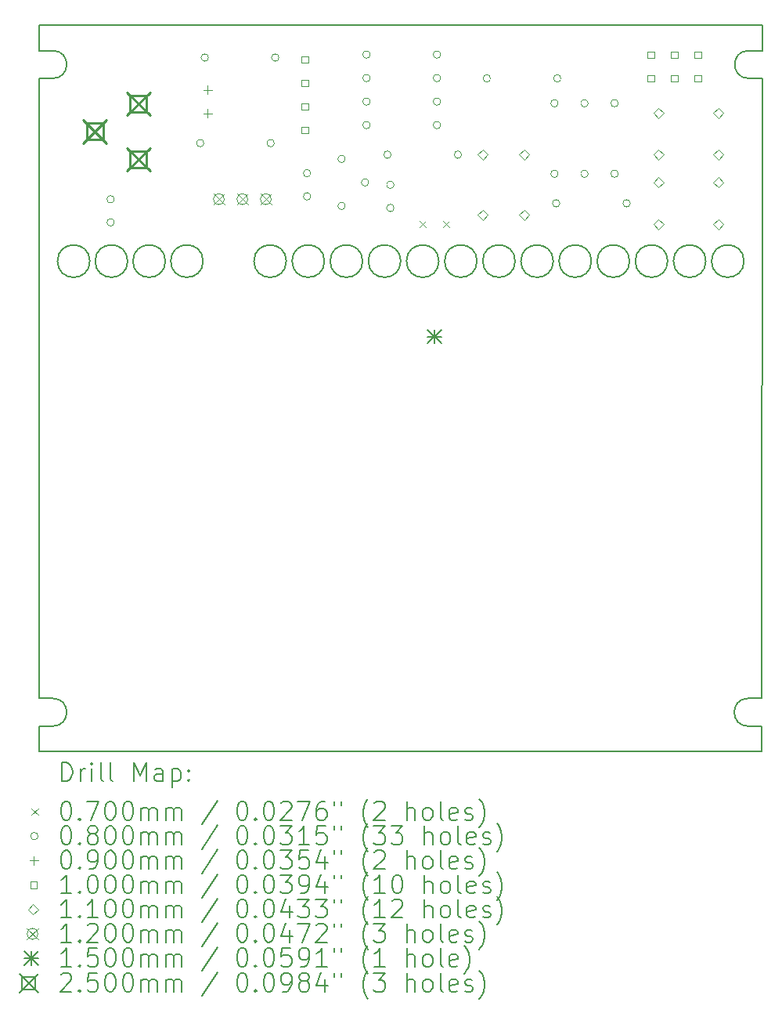
<source format=gbr>
%TF.GenerationSoftware,KiCad,Pcbnew,(6.0.8)*%
%TF.CreationDate,2022-11-26T12:48:54+01:00*%
%TF.ProjectId,50x70_tiny,35307837-305f-4746-996e-792e6b696361,rev?*%
%TF.SameCoordinates,Original*%
%TF.FileFunction,Drillmap*%
%TF.FilePolarity,Positive*%
%FSLAX45Y45*%
G04 Gerber Fmt 4.5, Leading zero omitted, Abs format (unit mm)*
G04 Created by KiCad (PCBNEW (6.0.8)) date 2022-11-26 12:48:54*
%MOMM*%
%LPD*%
G01*
G04 APERTURE LIST*
%ADD10C,0.200000*%
%ADD11C,0.150000*%
%ADD12C,0.070000*%
%ADD13C,0.080000*%
%ADD14C,0.090000*%
%ADD15C,0.100000*%
%ADD16C,0.110000*%
%ADD17C,0.120000*%
%ADD18C,0.250000*%
G04 APERTURE END LIST*
D10*
X10675000Y-7275000D02*
X10675000Y-7000000D01*
X18345000Y-14275000D02*
G75*
G03*
X18345000Y-14575000I0J-150000D01*
G01*
X18350000Y-7275000D02*
G75*
G03*
X18350000Y-7575000I0J-150000D01*
G01*
D11*
X15412500Y-9550000D02*
G75*
G03*
X15412500Y-9550000I-175000J0D01*
G01*
D10*
X18350000Y-7575000D02*
X18500000Y-7575000D01*
D11*
X12041667Y-9550000D02*
G75*
G03*
X12041667Y-9550000I-175000J0D01*
G01*
X13762500Y-9550000D02*
G75*
G03*
X13762500Y-9550000I-175000J0D01*
G01*
X13350000Y-9550000D02*
G75*
G03*
X13350000Y-9550000I-175000J0D01*
G01*
D10*
X18350000Y-7275000D02*
X18500000Y-7275000D01*
X18495000Y-14575000D02*
X18495000Y-14850000D01*
X10825000Y-7575000D02*
G75*
G03*
X10825000Y-7275000I0J150000D01*
G01*
D11*
X14587500Y-9550000D02*
G75*
G03*
X14587500Y-9550000I-175000J0D01*
G01*
X15000000Y-9550000D02*
G75*
G03*
X15000000Y-9550000I-175000J0D01*
G01*
D10*
X10675000Y-7000000D02*
X18500000Y-7000000D01*
X18345000Y-14275000D02*
X18495000Y-14275000D01*
D11*
X11633333Y-9550000D02*
G75*
G03*
X11633333Y-9550000I-175000J0D01*
G01*
D10*
X10675000Y-14275000D02*
X10675000Y-7575000D01*
D11*
X17887500Y-9550000D02*
G75*
G03*
X17887500Y-9550000I-175000J0D01*
G01*
D10*
X10825000Y-14575000D02*
G75*
G03*
X10825000Y-14275000I0J150000D01*
G01*
D11*
X18300000Y-9550000D02*
G75*
G03*
X18300000Y-9550000I-175000J0D01*
G01*
D10*
X10825000Y-7575000D02*
X10675000Y-7575000D01*
X18345000Y-14575000D02*
X18495000Y-14575000D01*
X10825000Y-14275000D02*
X10675000Y-14275000D01*
X18500000Y-7000000D02*
X18500000Y-7275000D01*
X18495000Y-14850000D02*
X10675000Y-14850000D01*
X18500000Y-7575000D02*
X18495000Y-14275000D01*
X10675000Y-14850000D02*
X10675000Y-14575000D01*
X10825000Y-14575000D02*
X10675000Y-14575000D01*
D11*
X16237500Y-9550000D02*
G75*
G03*
X16237500Y-9550000I-175000J0D01*
G01*
X11225000Y-9550000D02*
G75*
G03*
X11225000Y-9550000I-175000J0D01*
G01*
X17062500Y-9550000D02*
G75*
G03*
X17062500Y-9550000I-175000J0D01*
G01*
X14175000Y-9550000D02*
G75*
G03*
X14175000Y-9550000I-175000J0D01*
G01*
X17475000Y-9550000D02*
G75*
G03*
X17475000Y-9550000I-175000J0D01*
G01*
X12450000Y-9550000D02*
G75*
G03*
X12450000Y-9550000I-175000J0D01*
G01*
X16650000Y-9550000D02*
G75*
G03*
X16650000Y-9550000I-175000J0D01*
G01*
D10*
X10825000Y-7275000D02*
X10675000Y-7275000D01*
D11*
X15825000Y-9550000D02*
G75*
G03*
X15825000Y-9550000I-175000J0D01*
G01*
D10*
D12*
X14793000Y-9115000D02*
X14863000Y-9185000D01*
X14863000Y-9115000D02*
X14793000Y-9185000D01*
X15047000Y-9115000D02*
X15117000Y-9185000D01*
X15117000Y-9115000D02*
X15047000Y-9185000D01*
D13*
X11490000Y-8881762D02*
G75*
G03*
X11490000Y-8881762I-40000J0D01*
G01*
X11490000Y-9131762D02*
G75*
G03*
X11490000Y-9131762I-40000J0D01*
G01*
X12459000Y-8275000D02*
G75*
G03*
X12459000Y-8275000I-40000J0D01*
G01*
X12509000Y-7350000D02*
G75*
G03*
X12509000Y-7350000I-40000J0D01*
G01*
X13221000Y-8275000D02*
G75*
G03*
X13221000Y-8275000I-40000J0D01*
G01*
X13271000Y-7350000D02*
G75*
G03*
X13271000Y-7350000I-40000J0D01*
G01*
X13615000Y-8600000D02*
G75*
G03*
X13615000Y-8600000I-40000J0D01*
G01*
X13615000Y-8850000D02*
G75*
G03*
X13615000Y-8850000I-40000J0D01*
G01*
X13988000Y-8446000D02*
G75*
G03*
X13988000Y-8446000I-40000J0D01*
G01*
X13988000Y-8954000D02*
G75*
G03*
X13988000Y-8954000I-40000J0D01*
G01*
X14242000Y-8700000D02*
G75*
G03*
X14242000Y-8700000I-40000J0D01*
G01*
X14258000Y-7318000D02*
G75*
G03*
X14258000Y-7318000I-40000J0D01*
G01*
X14258000Y-7572000D02*
G75*
G03*
X14258000Y-7572000I-40000J0D01*
G01*
X14258000Y-7826000D02*
G75*
G03*
X14258000Y-7826000I-40000J0D01*
G01*
X14258000Y-8080000D02*
G75*
G03*
X14258000Y-8080000I-40000J0D01*
G01*
X14484000Y-8400000D02*
G75*
G03*
X14484000Y-8400000I-40000J0D01*
G01*
X14515000Y-8725000D02*
G75*
G03*
X14515000Y-8725000I-40000J0D01*
G01*
X14515000Y-8975000D02*
G75*
G03*
X14515000Y-8975000I-40000J0D01*
G01*
X15020000Y-7318000D02*
G75*
G03*
X15020000Y-7318000I-40000J0D01*
G01*
X15020000Y-7572000D02*
G75*
G03*
X15020000Y-7572000I-40000J0D01*
G01*
X15020000Y-7826000D02*
G75*
G03*
X15020000Y-7826000I-40000J0D01*
G01*
X15020000Y-8080000D02*
G75*
G03*
X15020000Y-8080000I-40000J0D01*
G01*
X15246000Y-8400000D02*
G75*
G03*
X15246000Y-8400000I-40000J0D01*
G01*
X15559000Y-7575000D02*
G75*
G03*
X15559000Y-7575000I-40000J0D01*
G01*
X16290000Y-7844000D02*
G75*
G03*
X16290000Y-7844000I-40000J0D01*
G01*
X16290000Y-8606000D02*
G75*
G03*
X16290000Y-8606000I-40000J0D01*
G01*
X16309000Y-8925000D02*
G75*
G03*
X16309000Y-8925000I-40000J0D01*
G01*
X16321000Y-7575000D02*
G75*
G03*
X16321000Y-7575000I-40000J0D01*
G01*
X16615000Y-7844000D02*
G75*
G03*
X16615000Y-7844000I-40000J0D01*
G01*
X16615000Y-8606000D02*
G75*
G03*
X16615000Y-8606000I-40000J0D01*
G01*
X16940000Y-7844000D02*
G75*
G03*
X16940000Y-7844000I-40000J0D01*
G01*
X16940000Y-8606000D02*
G75*
G03*
X16940000Y-8606000I-40000J0D01*
G01*
X17071000Y-8925000D02*
G75*
G03*
X17071000Y-8925000I-40000J0D01*
G01*
D14*
X12500000Y-7655000D02*
X12500000Y-7745000D01*
X12455000Y-7700000D02*
X12545000Y-7700000D01*
X12500000Y-7909000D02*
X12500000Y-7999000D01*
X12455000Y-7954000D02*
X12545000Y-7954000D01*
D15*
X13585356Y-7405356D02*
X13585356Y-7334644D01*
X13514644Y-7334644D01*
X13514644Y-7405356D01*
X13585356Y-7405356D01*
X13585356Y-7659356D02*
X13585356Y-7588644D01*
X13514644Y-7588644D01*
X13514644Y-7659356D01*
X13585356Y-7659356D01*
X13585356Y-7913356D02*
X13585356Y-7842644D01*
X13514644Y-7842644D01*
X13514644Y-7913356D01*
X13585356Y-7913356D01*
X13585356Y-8167356D02*
X13585356Y-8096644D01*
X13514644Y-8096644D01*
X13514644Y-8167356D01*
X13585356Y-8167356D01*
X17329856Y-7357856D02*
X17329856Y-7287144D01*
X17259144Y-7287144D01*
X17259144Y-7357856D01*
X17329856Y-7357856D01*
X17329856Y-7611856D02*
X17329856Y-7541144D01*
X17259144Y-7541144D01*
X17259144Y-7611856D01*
X17329856Y-7611856D01*
X17583856Y-7357856D02*
X17583856Y-7287144D01*
X17513144Y-7287144D01*
X17513144Y-7357856D01*
X17583856Y-7357856D01*
X17583856Y-7611856D02*
X17583856Y-7541144D01*
X17513144Y-7541144D01*
X17513144Y-7611856D01*
X17583856Y-7611856D01*
X17837856Y-7357856D02*
X17837856Y-7287144D01*
X17767144Y-7287144D01*
X17767144Y-7357856D01*
X17837856Y-7357856D01*
X17837856Y-7611856D02*
X17837856Y-7541144D01*
X17767144Y-7541144D01*
X17767144Y-7611856D01*
X17837856Y-7611856D01*
D16*
X15475000Y-8455000D02*
X15530000Y-8400000D01*
X15475000Y-8345000D01*
X15420000Y-8400000D01*
X15475000Y-8455000D01*
X15475000Y-9105000D02*
X15530000Y-9050000D01*
X15475000Y-8995000D01*
X15420000Y-9050000D01*
X15475000Y-9105000D01*
X15925000Y-8455000D02*
X15980000Y-8400000D01*
X15925000Y-8345000D01*
X15870000Y-8400000D01*
X15925000Y-8455000D01*
X15925000Y-9105000D02*
X15980000Y-9050000D01*
X15925000Y-8995000D01*
X15870000Y-9050000D01*
X15925000Y-9105000D01*
X17375000Y-8005000D02*
X17430000Y-7950000D01*
X17375000Y-7895000D01*
X17320000Y-7950000D01*
X17375000Y-8005000D01*
X17375000Y-8455000D02*
X17430000Y-8400000D01*
X17375000Y-8345000D01*
X17320000Y-8400000D01*
X17375000Y-8455000D01*
X17375000Y-8755000D02*
X17430000Y-8700000D01*
X17375000Y-8645000D01*
X17320000Y-8700000D01*
X17375000Y-8755000D01*
X17375000Y-9205000D02*
X17430000Y-9150000D01*
X17375000Y-9095000D01*
X17320000Y-9150000D01*
X17375000Y-9205000D01*
X18025000Y-8005000D02*
X18080000Y-7950000D01*
X18025000Y-7895000D01*
X17970000Y-7950000D01*
X18025000Y-8005000D01*
X18025000Y-8455000D02*
X18080000Y-8400000D01*
X18025000Y-8345000D01*
X17970000Y-8400000D01*
X18025000Y-8455000D01*
X18025000Y-8755000D02*
X18080000Y-8700000D01*
X18025000Y-8645000D01*
X17970000Y-8700000D01*
X18025000Y-8755000D01*
X18025000Y-9205000D02*
X18080000Y-9150000D01*
X18025000Y-9095000D01*
X17970000Y-9150000D01*
X18025000Y-9205000D01*
D17*
X12561000Y-8820500D02*
X12681000Y-8940500D01*
X12681000Y-8820500D02*
X12561000Y-8940500D01*
X12681000Y-8880500D02*
G75*
G03*
X12681000Y-8880500I-60000J0D01*
G01*
X12815000Y-8820500D02*
X12935000Y-8940500D01*
X12935000Y-8820500D02*
X12815000Y-8940500D01*
X12935000Y-8880500D02*
G75*
G03*
X12935000Y-8880500I-60000J0D01*
G01*
X13069000Y-8820500D02*
X13189000Y-8940500D01*
X13189000Y-8820500D02*
X13069000Y-8940500D01*
X13189000Y-8880500D02*
G75*
G03*
X13189000Y-8880500I-60000J0D01*
G01*
D11*
X14875000Y-10290000D02*
X15025000Y-10440000D01*
X15025000Y-10290000D02*
X14875000Y-10440000D01*
X14950000Y-10290000D02*
X14950000Y-10440000D01*
X14875000Y-10365000D02*
X15025000Y-10365000D01*
D18*
X11155000Y-8025000D02*
X11405000Y-8275000D01*
X11405000Y-8025000D02*
X11155000Y-8275000D01*
X11368389Y-8238389D02*
X11368389Y-8061611D01*
X11191611Y-8061611D01*
X11191611Y-8238389D01*
X11368389Y-8238389D01*
X11625000Y-7725000D02*
X11875000Y-7975000D01*
X11875000Y-7725000D02*
X11625000Y-7975000D01*
X11838389Y-7938389D02*
X11838389Y-7761611D01*
X11661611Y-7761611D01*
X11661611Y-7938389D01*
X11838389Y-7938389D01*
X11625000Y-8325000D02*
X11875000Y-8575000D01*
X11875000Y-8325000D02*
X11625000Y-8575000D01*
X11838389Y-8538389D02*
X11838389Y-8361611D01*
X11661611Y-8361611D01*
X11661611Y-8538389D01*
X11838389Y-8538389D01*
D10*
X10922619Y-15170476D02*
X10922619Y-14970476D01*
X10970238Y-14970476D01*
X10998810Y-14980000D01*
X11017857Y-14999048D01*
X11027381Y-15018095D01*
X11036905Y-15056190D01*
X11036905Y-15084762D01*
X11027381Y-15122857D01*
X11017857Y-15141905D01*
X10998810Y-15160952D01*
X10970238Y-15170476D01*
X10922619Y-15170476D01*
X11122619Y-15170476D02*
X11122619Y-15037143D01*
X11122619Y-15075238D02*
X11132143Y-15056190D01*
X11141667Y-15046667D01*
X11160714Y-15037143D01*
X11179762Y-15037143D01*
X11246428Y-15170476D02*
X11246428Y-15037143D01*
X11246428Y-14970476D02*
X11236905Y-14980000D01*
X11246428Y-14989524D01*
X11255952Y-14980000D01*
X11246428Y-14970476D01*
X11246428Y-14989524D01*
X11370238Y-15170476D02*
X11351190Y-15160952D01*
X11341667Y-15141905D01*
X11341667Y-14970476D01*
X11475000Y-15170476D02*
X11455952Y-15160952D01*
X11446428Y-15141905D01*
X11446428Y-14970476D01*
X11703571Y-15170476D02*
X11703571Y-14970476D01*
X11770238Y-15113333D01*
X11836905Y-14970476D01*
X11836905Y-15170476D01*
X12017857Y-15170476D02*
X12017857Y-15065714D01*
X12008333Y-15046667D01*
X11989286Y-15037143D01*
X11951190Y-15037143D01*
X11932143Y-15046667D01*
X12017857Y-15160952D02*
X11998809Y-15170476D01*
X11951190Y-15170476D01*
X11932143Y-15160952D01*
X11922619Y-15141905D01*
X11922619Y-15122857D01*
X11932143Y-15103809D01*
X11951190Y-15094286D01*
X11998809Y-15094286D01*
X12017857Y-15084762D01*
X12113095Y-15037143D02*
X12113095Y-15237143D01*
X12113095Y-15046667D02*
X12132143Y-15037143D01*
X12170238Y-15037143D01*
X12189286Y-15046667D01*
X12198809Y-15056190D01*
X12208333Y-15075238D01*
X12208333Y-15132381D01*
X12198809Y-15151428D01*
X12189286Y-15160952D01*
X12170238Y-15170476D01*
X12132143Y-15170476D01*
X12113095Y-15160952D01*
X12294048Y-15151428D02*
X12303571Y-15160952D01*
X12294048Y-15170476D01*
X12284524Y-15160952D01*
X12294048Y-15151428D01*
X12294048Y-15170476D01*
X12294048Y-15046667D02*
X12303571Y-15056190D01*
X12294048Y-15065714D01*
X12284524Y-15056190D01*
X12294048Y-15046667D01*
X12294048Y-15065714D01*
D12*
X10595000Y-15465000D02*
X10665000Y-15535000D01*
X10665000Y-15465000D02*
X10595000Y-15535000D01*
D10*
X10960714Y-15390476D02*
X10979762Y-15390476D01*
X10998810Y-15400000D01*
X11008333Y-15409524D01*
X11017857Y-15428571D01*
X11027381Y-15466667D01*
X11027381Y-15514286D01*
X11017857Y-15552381D01*
X11008333Y-15571428D01*
X10998810Y-15580952D01*
X10979762Y-15590476D01*
X10960714Y-15590476D01*
X10941667Y-15580952D01*
X10932143Y-15571428D01*
X10922619Y-15552381D01*
X10913095Y-15514286D01*
X10913095Y-15466667D01*
X10922619Y-15428571D01*
X10932143Y-15409524D01*
X10941667Y-15400000D01*
X10960714Y-15390476D01*
X11113095Y-15571428D02*
X11122619Y-15580952D01*
X11113095Y-15590476D01*
X11103571Y-15580952D01*
X11113095Y-15571428D01*
X11113095Y-15590476D01*
X11189286Y-15390476D02*
X11322619Y-15390476D01*
X11236905Y-15590476D01*
X11436905Y-15390476D02*
X11455952Y-15390476D01*
X11475000Y-15400000D01*
X11484524Y-15409524D01*
X11494048Y-15428571D01*
X11503571Y-15466667D01*
X11503571Y-15514286D01*
X11494048Y-15552381D01*
X11484524Y-15571428D01*
X11475000Y-15580952D01*
X11455952Y-15590476D01*
X11436905Y-15590476D01*
X11417857Y-15580952D01*
X11408333Y-15571428D01*
X11398809Y-15552381D01*
X11389286Y-15514286D01*
X11389286Y-15466667D01*
X11398809Y-15428571D01*
X11408333Y-15409524D01*
X11417857Y-15400000D01*
X11436905Y-15390476D01*
X11627381Y-15390476D02*
X11646428Y-15390476D01*
X11665476Y-15400000D01*
X11675000Y-15409524D01*
X11684524Y-15428571D01*
X11694048Y-15466667D01*
X11694048Y-15514286D01*
X11684524Y-15552381D01*
X11675000Y-15571428D01*
X11665476Y-15580952D01*
X11646428Y-15590476D01*
X11627381Y-15590476D01*
X11608333Y-15580952D01*
X11598809Y-15571428D01*
X11589286Y-15552381D01*
X11579762Y-15514286D01*
X11579762Y-15466667D01*
X11589286Y-15428571D01*
X11598809Y-15409524D01*
X11608333Y-15400000D01*
X11627381Y-15390476D01*
X11779762Y-15590476D02*
X11779762Y-15457143D01*
X11779762Y-15476190D02*
X11789286Y-15466667D01*
X11808333Y-15457143D01*
X11836905Y-15457143D01*
X11855952Y-15466667D01*
X11865476Y-15485714D01*
X11865476Y-15590476D01*
X11865476Y-15485714D02*
X11875000Y-15466667D01*
X11894048Y-15457143D01*
X11922619Y-15457143D01*
X11941667Y-15466667D01*
X11951190Y-15485714D01*
X11951190Y-15590476D01*
X12046428Y-15590476D02*
X12046428Y-15457143D01*
X12046428Y-15476190D02*
X12055952Y-15466667D01*
X12075000Y-15457143D01*
X12103571Y-15457143D01*
X12122619Y-15466667D01*
X12132143Y-15485714D01*
X12132143Y-15590476D01*
X12132143Y-15485714D02*
X12141667Y-15466667D01*
X12160714Y-15457143D01*
X12189286Y-15457143D01*
X12208333Y-15466667D01*
X12217857Y-15485714D01*
X12217857Y-15590476D01*
X12608333Y-15380952D02*
X12436905Y-15638095D01*
X12865476Y-15390476D02*
X12884524Y-15390476D01*
X12903571Y-15400000D01*
X12913095Y-15409524D01*
X12922619Y-15428571D01*
X12932143Y-15466667D01*
X12932143Y-15514286D01*
X12922619Y-15552381D01*
X12913095Y-15571428D01*
X12903571Y-15580952D01*
X12884524Y-15590476D01*
X12865476Y-15590476D01*
X12846428Y-15580952D01*
X12836905Y-15571428D01*
X12827381Y-15552381D01*
X12817857Y-15514286D01*
X12817857Y-15466667D01*
X12827381Y-15428571D01*
X12836905Y-15409524D01*
X12846428Y-15400000D01*
X12865476Y-15390476D01*
X13017857Y-15571428D02*
X13027381Y-15580952D01*
X13017857Y-15590476D01*
X13008333Y-15580952D01*
X13017857Y-15571428D01*
X13017857Y-15590476D01*
X13151190Y-15390476D02*
X13170238Y-15390476D01*
X13189286Y-15400000D01*
X13198809Y-15409524D01*
X13208333Y-15428571D01*
X13217857Y-15466667D01*
X13217857Y-15514286D01*
X13208333Y-15552381D01*
X13198809Y-15571428D01*
X13189286Y-15580952D01*
X13170238Y-15590476D01*
X13151190Y-15590476D01*
X13132143Y-15580952D01*
X13122619Y-15571428D01*
X13113095Y-15552381D01*
X13103571Y-15514286D01*
X13103571Y-15466667D01*
X13113095Y-15428571D01*
X13122619Y-15409524D01*
X13132143Y-15400000D01*
X13151190Y-15390476D01*
X13294048Y-15409524D02*
X13303571Y-15400000D01*
X13322619Y-15390476D01*
X13370238Y-15390476D01*
X13389286Y-15400000D01*
X13398809Y-15409524D01*
X13408333Y-15428571D01*
X13408333Y-15447619D01*
X13398809Y-15476190D01*
X13284524Y-15590476D01*
X13408333Y-15590476D01*
X13475000Y-15390476D02*
X13608333Y-15390476D01*
X13522619Y-15590476D01*
X13770238Y-15390476D02*
X13732143Y-15390476D01*
X13713095Y-15400000D01*
X13703571Y-15409524D01*
X13684524Y-15438095D01*
X13675000Y-15476190D01*
X13675000Y-15552381D01*
X13684524Y-15571428D01*
X13694048Y-15580952D01*
X13713095Y-15590476D01*
X13751190Y-15590476D01*
X13770238Y-15580952D01*
X13779762Y-15571428D01*
X13789286Y-15552381D01*
X13789286Y-15504762D01*
X13779762Y-15485714D01*
X13770238Y-15476190D01*
X13751190Y-15466667D01*
X13713095Y-15466667D01*
X13694048Y-15476190D01*
X13684524Y-15485714D01*
X13675000Y-15504762D01*
X13865476Y-15390476D02*
X13865476Y-15428571D01*
X13941667Y-15390476D02*
X13941667Y-15428571D01*
X14236905Y-15666667D02*
X14227381Y-15657143D01*
X14208333Y-15628571D01*
X14198809Y-15609524D01*
X14189286Y-15580952D01*
X14179762Y-15533333D01*
X14179762Y-15495238D01*
X14189286Y-15447619D01*
X14198809Y-15419048D01*
X14208333Y-15400000D01*
X14227381Y-15371428D01*
X14236905Y-15361905D01*
X14303571Y-15409524D02*
X14313095Y-15400000D01*
X14332143Y-15390476D01*
X14379762Y-15390476D01*
X14398809Y-15400000D01*
X14408333Y-15409524D01*
X14417857Y-15428571D01*
X14417857Y-15447619D01*
X14408333Y-15476190D01*
X14294048Y-15590476D01*
X14417857Y-15590476D01*
X14655952Y-15590476D02*
X14655952Y-15390476D01*
X14741667Y-15590476D02*
X14741667Y-15485714D01*
X14732143Y-15466667D01*
X14713095Y-15457143D01*
X14684524Y-15457143D01*
X14665476Y-15466667D01*
X14655952Y-15476190D01*
X14865476Y-15590476D02*
X14846428Y-15580952D01*
X14836905Y-15571428D01*
X14827381Y-15552381D01*
X14827381Y-15495238D01*
X14836905Y-15476190D01*
X14846428Y-15466667D01*
X14865476Y-15457143D01*
X14894048Y-15457143D01*
X14913095Y-15466667D01*
X14922619Y-15476190D01*
X14932143Y-15495238D01*
X14932143Y-15552381D01*
X14922619Y-15571428D01*
X14913095Y-15580952D01*
X14894048Y-15590476D01*
X14865476Y-15590476D01*
X15046428Y-15590476D02*
X15027381Y-15580952D01*
X15017857Y-15561905D01*
X15017857Y-15390476D01*
X15198809Y-15580952D02*
X15179762Y-15590476D01*
X15141667Y-15590476D01*
X15122619Y-15580952D01*
X15113095Y-15561905D01*
X15113095Y-15485714D01*
X15122619Y-15466667D01*
X15141667Y-15457143D01*
X15179762Y-15457143D01*
X15198809Y-15466667D01*
X15208333Y-15485714D01*
X15208333Y-15504762D01*
X15113095Y-15523809D01*
X15284524Y-15580952D02*
X15303571Y-15590476D01*
X15341667Y-15590476D01*
X15360714Y-15580952D01*
X15370238Y-15561905D01*
X15370238Y-15552381D01*
X15360714Y-15533333D01*
X15341667Y-15523809D01*
X15313095Y-15523809D01*
X15294048Y-15514286D01*
X15284524Y-15495238D01*
X15284524Y-15485714D01*
X15294048Y-15466667D01*
X15313095Y-15457143D01*
X15341667Y-15457143D01*
X15360714Y-15466667D01*
X15436905Y-15666667D02*
X15446428Y-15657143D01*
X15465476Y-15628571D01*
X15475000Y-15609524D01*
X15484524Y-15580952D01*
X15494048Y-15533333D01*
X15494048Y-15495238D01*
X15484524Y-15447619D01*
X15475000Y-15419048D01*
X15465476Y-15400000D01*
X15446428Y-15371428D01*
X15436905Y-15361905D01*
D13*
X10665000Y-15764000D02*
G75*
G03*
X10665000Y-15764000I-40000J0D01*
G01*
D10*
X10960714Y-15654476D02*
X10979762Y-15654476D01*
X10998810Y-15664000D01*
X11008333Y-15673524D01*
X11017857Y-15692571D01*
X11027381Y-15730667D01*
X11027381Y-15778286D01*
X11017857Y-15816381D01*
X11008333Y-15835428D01*
X10998810Y-15844952D01*
X10979762Y-15854476D01*
X10960714Y-15854476D01*
X10941667Y-15844952D01*
X10932143Y-15835428D01*
X10922619Y-15816381D01*
X10913095Y-15778286D01*
X10913095Y-15730667D01*
X10922619Y-15692571D01*
X10932143Y-15673524D01*
X10941667Y-15664000D01*
X10960714Y-15654476D01*
X11113095Y-15835428D02*
X11122619Y-15844952D01*
X11113095Y-15854476D01*
X11103571Y-15844952D01*
X11113095Y-15835428D01*
X11113095Y-15854476D01*
X11236905Y-15740190D02*
X11217857Y-15730667D01*
X11208333Y-15721143D01*
X11198809Y-15702095D01*
X11198809Y-15692571D01*
X11208333Y-15673524D01*
X11217857Y-15664000D01*
X11236905Y-15654476D01*
X11275000Y-15654476D01*
X11294048Y-15664000D01*
X11303571Y-15673524D01*
X11313095Y-15692571D01*
X11313095Y-15702095D01*
X11303571Y-15721143D01*
X11294048Y-15730667D01*
X11275000Y-15740190D01*
X11236905Y-15740190D01*
X11217857Y-15749714D01*
X11208333Y-15759238D01*
X11198809Y-15778286D01*
X11198809Y-15816381D01*
X11208333Y-15835428D01*
X11217857Y-15844952D01*
X11236905Y-15854476D01*
X11275000Y-15854476D01*
X11294048Y-15844952D01*
X11303571Y-15835428D01*
X11313095Y-15816381D01*
X11313095Y-15778286D01*
X11303571Y-15759238D01*
X11294048Y-15749714D01*
X11275000Y-15740190D01*
X11436905Y-15654476D02*
X11455952Y-15654476D01*
X11475000Y-15664000D01*
X11484524Y-15673524D01*
X11494048Y-15692571D01*
X11503571Y-15730667D01*
X11503571Y-15778286D01*
X11494048Y-15816381D01*
X11484524Y-15835428D01*
X11475000Y-15844952D01*
X11455952Y-15854476D01*
X11436905Y-15854476D01*
X11417857Y-15844952D01*
X11408333Y-15835428D01*
X11398809Y-15816381D01*
X11389286Y-15778286D01*
X11389286Y-15730667D01*
X11398809Y-15692571D01*
X11408333Y-15673524D01*
X11417857Y-15664000D01*
X11436905Y-15654476D01*
X11627381Y-15654476D02*
X11646428Y-15654476D01*
X11665476Y-15664000D01*
X11675000Y-15673524D01*
X11684524Y-15692571D01*
X11694048Y-15730667D01*
X11694048Y-15778286D01*
X11684524Y-15816381D01*
X11675000Y-15835428D01*
X11665476Y-15844952D01*
X11646428Y-15854476D01*
X11627381Y-15854476D01*
X11608333Y-15844952D01*
X11598809Y-15835428D01*
X11589286Y-15816381D01*
X11579762Y-15778286D01*
X11579762Y-15730667D01*
X11589286Y-15692571D01*
X11598809Y-15673524D01*
X11608333Y-15664000D01*
X11627381Y-15654476D01*
X11779762Y-15854476D02*
X11779762Y-15721143D01*
X11779762Y-15740190D02*
X11789286Y-15730667D01*
X11808333Y-15721143D01*
X11836905Y-15721143D01*
X11855952Y-15730667D01*
X11865476Y-15749714D01*
X11865476Y-15854476D01*
X11865476Y-15749714D02*
X11875000Y-15730667D01*
X11894048Y-15721143D01*
X11922619Y-15721143D01*
X11941667Y-15730667D01*
X11951190Y-15749714D01*
X11951190Y-15854476D01*
X12046428Y-15854476D02*
X12046428Y-15721143D01*
X12046428Y-15740190D02*
X12055952Y-15730667D01*
X12075000Y-15721143D01*
X12103571Y-15721143D01*
X12122619Y-15730667D01*
X12132143Y-15749714D01*
X12132143Y-15854476D01*
X12132143Y-15749714D02*
X12141667Y-15730667D01*
X12160714Y-15721143D01*
X12189286Y-15721143D01*
X12208333Y-15730667D01*
X12217857Y-15749714D01*
X12217857Y-15854476D01*
X12608333Y-15644952D02*
X12436905Y-15902095D01*
X12865476Y-15654476D02*
X12884524Y-15654476D01*
X12903571Y-15664000D01*
X12913095Y-15673524D01*
X12922619Y-15692571D01*
X12932143Y-15730667D01*
X12932143Y-15778286D01*
X12922619Y-15816381D01*
X12913095Y-15835428D01*
X12903571Y-15844952D01*
X12884524Y-15854476D01*
X12865476Y-15854476D01*
X12846428Y-15844952D01*
X12836905Y-15835428D01*
X12827381Y-15816381D01*
X12817857Y-15778286D01*
X12817857Y-15730667D01*
X12827381Y-15692571D01*
X12836905Y-15673524D01*
X12846428Y-15664000D01*
X12865476Y-15654476D01*
X13017857Y-15835428D02*
X13027381Y-15844952D01*
X13017857Y-15854476D01*
X13008333Y-15844952D01*
X13017857Y-15835428D01*
X13017857Y-15854476D01*
X13151190Y-15654476D02*
X13170238Y-15654476D01*
X13189286Y-15664000D01*
X13198809Y-15673524D01*
X13208333Y-15692571D01*
X13217857Y-15730667D01*
X13217857Y-15778286D01*
X13208333Y-15816381D01*
X13198809Y-15835428D01*
X13189286Y-15844952D01*
X13170238Y-15854476D01*
X13151190Y-15854476D01*
X13132143Y-15844952D01*
X13122619Y-15835428D01*
X13113095Y-15816381D01*
X13103571Y-15778286D01*
X13103571Y-15730667D01*
X13113095Y-15692571D01*
X13122619Y-15673524D01*
X13132143Y-15664000D01*
X13151190Y-15654476D01*
X13284524Y-15654476D02*
X13408333Y-15654476D01*
X13341667Y-15730667D01*
X13370238Y-15730667D01*
X13389286Y-15740190D01*
X13398809Y-15749714D01*
X13408333Y-15768762D01*
X13408333Y-15816381D01*
X13398809Y-15835428D01*
X13389286Y-15844952D01*
X13370238Y-15854476D01*
X13313095Y-15854476D01*
X13294048Y-15844952D01*
X13284524Y-15835428D01*
X13598809Y-15854476D02*
X13484524Y-15854476D01*
X13541667Y-15854476D02*
X13541667Y-15654476D01*
X13522619Y-15683048D01*
X13503571Y-15702095D01*
X13484524Y-15711619D01*
X13779762Y-15654476D02*
X13684524Y-15654476D01*
X13675000Y-15749714D01*
X13684524Y-15740190D01*
X13703571Y-15730667D01*
X13751190Y-15730667D01*
X13770238Y-15740190D01*
X13779762Y-15749714D01*
X13789286Y-15768762D01*
X13789286Y-15816381D01*
X13779762Y-15835428D01*
X13770238Y-15844952D01*
X13751190Y-15854476D01*
X13703571Y-15854476D01*
X13684524Y-15844952D01*
X13675000Y-15835428D01*
X13865476Y-15654476D02*
X13865476Y-15692571D01*
X13941667Y-15654476D02*
X13941667Y-15692571D01*
X14236905Y-15930667D02*
X14227381Y-15921143D01*
X14208333Y-15892571D01*
X14198809Y-15873524D01*
X14189286Y-15844952D01*
X14179762Y-15797333D01*
X14179762Y-15759238D01*
X14189286Y-15711619D01*
X14198809Y-15683048D01*
X14208333Y-15664000D01*
X14227381Y-15635428D01*
X14236905Y-15625905D01*
X14294048Y-15654476D02*
X14417857Y-15654476D01*
X14351190Y-15730667D01*
X14379762Y-15730667D01*
X14398809Y-15740190D01*
X14408333Y-15749714D01*
X14417857Y-15768762D01*
X14417857Y-15816381D01*
X14408333Y-15835428D01*
X14398809Y-15844952D01*
X14379762Y-15854476D01*
X14322619Y-15854476D01*
X14303571Y-15844952D01*
X14294048Y-15835428D01*
X14484524Y-15654476D02*
X14608333Y-15654476D01*
X14541667Y-15730667D01*
X14570238Y-15730667D01*
X14589286Y-15740190D01*
X14598809Y-15749714D01*
X14608333Y-15768762D01*
X14608333Y-15816381D01*
X14598809Y-15835428D01*
X14589286Y-15844952D01*
X14570238Y-15854476D01*
X14513095Y-15854476D01*
X14494048Y-15844952D01*
X14484524Y-15835428D01*
X14846428Y-15854476D02*
X14846428Y-15654476D01*
X14932143Y-15854476D02*
X14932143Y-15749714D01*
X14922619Y-15730667D01*
X14903571Y-15721143D01*
X14875000Y-15721143D01*
X14855952Y-15730667D01*
X14846428Y-15740190D01*
X15055952Y-15854476D02*
X15036905Y-15844952D01*
X15027381Y-15835428D01*
X15017857Y-15816381D01*
X15017857Y-15759238D01*
X15027381Y-15740190D01*
X15036905Y-15730667D01*
X15055952Y-15721143D01*
X15084524Y-15721143D01*
X15103571Y-15730667D01*
X15113095Y-15740190D01*
X15122619Y-15759238D01*
X15122619Y-15816381D01*
X15113095Y-15835428D01*
X15103571Y-15844952D01*
X15084524Y-15854476D01*
X15055952Y-15854476D01*
X15236905Y-15854476D02*
X15217857Y-15844952D01*
X15208333Y-15825905D01*
X15208333Y-15654476D01*
X15389286Y-15844952D02*
X15370238Y-15854476D01*
X15332143Y-15854476D01*
X15313095Y-15844952D01*
X15303571Y-15825905D01*
X15303571Y-15749714D01*
X15313095Y-15730667D01*
X15332143Y-15721143D01*
X15370238Y-15721143D01*
X15389286Y-15730667D01*
X15398809Y-15749714D01*
X15398809Y-15768762D01*
X15303571Y-15787809D01*
X15475000Y-15844952D02*
X15494048Y-15854476D01*
X15532143Y-15854476D01*
X15551190Y-15844952D01*
X15560714Y-15825905D01*
X15560714Y-15816381D01*
X15551190Y-15797333D01*
X15532143Y-15787809D01*
X15503571Y-15787809D01*
X15484524Y-15778286D01*
X15475000Y-15759238D01*
X15475000Y-15749714D01*
X15484524Y-15730667D01*
X15503571Y-15721143D01*
X15532143Y-15721143D01*
X15551190Y-15730667D01*
X15627381Y-15930667D02*
X15636905Y-15921143D01*
X15655952Y-15892571D01*
X15665476Y-15873524D01*
X15675000Y-15844952D01*
X15684524Y-15797333D01*
X15684524Y-15759238D01*
X15675000Y-15711619D01*
X15665476Y-15683048D01*
X15655952Y-15664000D01*
X15636905Y-15635428D01*
X15627381Y-15625905D01*
D14*
X10620000Y-15983000D02*
X10620000Y-16073000D01*
X10575000Y-16028000D02*
X10665000Y-16028000D01*
D10*
X10960714Y-15918476D02*
X10979762Y-15918476D01*
X10998810Y-15928000D01*
X11008333Y-15937524D01*
X11017857Y-15956571D01*
X11027381Y-15994667D01*
X11027381Y-16042286D01*
X11017857Y-16080381D01*
X11008333Y-16099428D01*
X10998810Y-16108952D01*
X10979762Y-16118476D01*
X10960714Y-16118476D01*
X10941667Y-16108952D01*
X10932143Y-16099428D01*
X10922619Y-16080381D01*
X10913095Y-16042286D01*
X10913095Y-15994667D01*
X10922619Y-15956571D01*
X10932143Y-15937524D01*
X10941667Y-15928000D01*
X10960714Y-15918476D01*
X11113095Y-16099428D02*
X11122619Y-16108952D01*
X11113095Y-16118476D01*
X11103571Y-16108952D01*
X11113095Y-16099428D01*
X11113095Y-16118476D01*
X11217857Y-16118476D02*
X11255952Y-16118476D01*
X11275000Y-16108952D01*
X11284524Y-16099428D01*
X11303571Y-16070857D01*
X11313095Y-16032762D01*
X11313095Y-15956571D01*
X11303571Y-15937524D01*
X11294048Y-15928000D01*
X11275000Y-15918476D01*
X11236905Y-15918476D01*
X11217857Y-15928000D01*
X11208333Y-15937524D01*
X11198809Y-15956571D01*
X11198809Y-16004190D01*
X11208333Y-16023238D01*
X11217857Y-16032762D01*
X11236905Y-16042286D01*
X11275000Y-16042286D01*
X11294048Y-16032762D01*
X11303571Y-16023238D01*
X11313095Y-16004190D01*
X11436905Y-15918476D02*
X11455952Y-15918476D01*
X11475000Y-15928000D01*
X11484524Y-15937524D01*
X11494048Y-15956571D01*
X11503571Y-15994667D01*
X11503571Y-16042286D01*
X11494048Y-16080381D01*
X11484524Y-16099428D01*
X11475000Y-16108952D01*
X11455952Y-16118476D01*
X11436905Y-16118476D01*
X11417857Y-16108952D01*
X11408333Y-16099428D01*
X11398809Y-16080381D01*
X11389286Y-16042286D01*
X11389286Y-15994667D01*
X11398809Y-15956571D01*
X11408333Y-15937524D01*
X11417857Y-15928000D01*
X11436905Y-15918476D01*
X11627381Y-15918476D02*
X11646428Y-15918476D01*
X11665476Y-15928000D01*
X11675000Y-15937524D01*
X11684524Y-15956571D01*
X11694048Y-15994667D01*
X11694048Y-16042286D01*
X11684524Y-16080381D01*
X11675000Y-16099428D01*
X11665476Y-16108952D01*
X11646428Y-16118476D01*
X11627381Y-16118476D01*
X11608333Y-16108952D01*
X11598809Y-16099428D01*
X11589286Y-16080381D01*
X11579762Y-16042286D01*
X11579762Y-15994667D01*
X11589286Y-15956571D01*
X11598809Y-15937524D01*
X11608333Y-15928000D01*
X11627381Y-15918476D01*
X11779762Y-16118476D02*
X11779762Y-15985143D01*
X11779762Y-16004190D02*
X11789286Y-15994667D01*
X11808333Y-15985143D01*
X11836905Y-15985143D01*
X11855952Y-15994667D01*
X11865476Y-16013714D01*
X11865476Y-16118476D01*
X11865476Y-16013714D02*
X11875000Y-15994667D01*
X11894048Y-15985143D01*
X11922619Y-15985143D01*
X11941667Y-15994667D01*
X11951190Y-16013714D01*
X11951190Y-16118476D01*
X12046428Y-16118476D02*
X12046428Y-15985143D01*
X12046428Y-16004190D02*
X12055952Y-15994667D01*
X12075000Y-15985143D01*
X12103571Y-15985143D01*
X12122619Y-15994667D01*
X12132143Y-16013714D01*
X12132143Y-16118476D01*
X12132143Y-16013714D02*
X12141667Y-15994667D01*
X12160714Y-15985143D01*
X12189286Y-15985143D01*
X12208333Y-15994667D01*
X12217857Y-16013714D01*
X12217857Y-16118476D01*
X12608333Y-15908952D02*
X12436905Y-16166095D01*
X12865476Y-15918476D02*
X12884524Y-15918476D01*
X12903571Y-15928000D01*
X12913095Y-15937524D01*
X12922619Y-15956571D01*
X12932143Y-15994667D01*
X12932143Y-16042286D01*
X12922619Y-16080381D01*
X12913095Y-16099428D01*
X12903571Y-16108952D01*
X12884524Y-16118476D01*
X12865476Y-16118476D01*
X12846428Y-16108952D01*
X12836905Y-16099428D01*
X12827381Y-16080381D01*
X12817857Y-16042286D01*
X12817857Y-15994667D01*
X12827381Y-15956571D01*
X12836905Y-15937524D01*
X12846428Y-15928000D01*
X12865476Y-15918476D01*
X13017857Y-16099428D02*
X13027381Y-16108952D01*
X13017857Y-16118476D01*
X13008333Y-16108952D01*
X13017857Y-16099428D01*
X13017857Y-16118476D01*
X13151190Y-15918476D02*
X13170238Y-15918476D01*
X13189286Y-15928000D01*
X13198809Y-15937524D01*
X13208333Y-15956571D01*
X13217857Y-15994667D01*
X13217857Y-16042286D01*
X13208333Y-16080381D01*
X13198809Y-16099428D01*
X13189286Y-16108952D01*
X13170238Y-16118476D01*
X13151190Y-16118476D01*
X13132143Y-16108952D01*
X13122619Y-16099428D01*
X13113095Y-16080381D01*
X13103571Y-16042286D01*
X13103571Y-15994667D01*
X13113095Y-15956571D01*
X13122619Y-15937524D01*
X13132143Y-15928000D01*
X13151190Y-15918476D01*
X13284524Y-15918476D02*
X13408333Y-15918476D01*
X13341667Y-15994667D01*
X13370238Y-15994667D01*
X13389286Y-16004190D01*
X13398809Y-16013714D01*
X13408333Y-16032762D01*
X13408333Y-16080381D01*
X13398809Y-16099428D01*
X13389286Y-16108952D01*
X13370238Y-16118476D01*
X13313095Y-16118476D01*
X13294048Y-16108952D01*
X13284524Y-16099428D01*
X13589286Y-15918476D02*
X13494048Y-15918476D01*
X13484524Y-16013714D01*
X13494048Y-16004190D01*
X13513095Y-15994667D01*
X13560714Y-15994667D01*
X13579762Y-16004190D01*
X13589286Y-16013714D01*
X13598809Y-16032762D01*
X13598809Y-16080381D01*
X13589286Y-16099428D01*
X13579762Y-16108952D01*
X13560714Y-16118476D01*
X13513095Y-16118476D01*
X13494048Y-16108952D01*
X13484524Y-16099428D01*
X13770238Y-15985143D02*
X13770238Y-16118476D01*
X13722619Y-15908952D02*
X13675000Y-16051809D01*
X13798809Y-16051809D01*
X13865476Y-15918476D02*
X13865476Y-15956571D01*
X13941667Y-15918476D02*
X13941667Y-15956571D01*
X14236905Y-16194667D02*
X14227381Y-16185143D01*
X14208333Y-16156571D01*
X14198809Y-16137524D01*
X14189286Y-16108952D01*
X14179762Y-16061333D01*
X14179762Y-16023238D01*
X14189286Y-15975619D01*
X14198809Y-15947048D01*
X14208333Y-15928000D01*
X14227381Y-15899428D01*
X14236905Y-15889905D01*
X14303571Y-15937524D02*
X14313095Y-15928000D01*
X14332143Y-15918476D01*
X14379762Y-15918476D01*
X14398809Y-15928000D01*
X14408333Y-15937524D01*
X14417857Y-15956571D01*
X14417857Y-15975619D01*
X14408333Y-16004190D01*
X14294048Y-16118476D01*
X14417857Y-16118476D01*
X14655952Y-16118476D02*
X14655952Y-15918476D01*
X14741667Y-16118476D02*
X14741667Y-16013714D01*
X14732143Y-15994667D01*
X14713095Y-15985143D01*
X14684524Y-15985143D01*
X14665476Y-15994667D01*
X14655952Y-16004190D01*
X14865476Y-16118476D02*
X14846428Y-16108952D01*
X14836905Y-16099428D01*
X14827381Y-16080381D01*
X14827381Y-16023238D01*
X14836905Y-16004190D01*
X14846428Y-15994667D01*
X14865476Y-15985143D01*
X14894048Y-15985143D01*
X14913095Y-15994667D01*
X14922619Y-16004190D01*
X14932143Y-16023238D01*
X14932143Y-16080381D01*
X14922619Y-16099428D01*
X14913095Y-16108952D01*
X14894048Y-16118476D01*
X14865476Y-16118476D01*
X15046428Y-16118476D02*
X15027381Y-16108952D01*
X15017857Y-16089905D01*
X15017857Y-15918476D01*
X15198809Y-16108952D02*
X15179762Y-16118476D01*
X15141667Y-16118476D01*
X15122619Y-16108952D01*
X15113095Y-16089905D01*
X15113095Y-16013714D01*
X15122619Y-15994667D01*
X15141667Y-15985143D01*
X15179762Y-15985143D01*
X15198809Y-15994667D01*
X15208333Y-16013714D01*
X15208333Y-16032762D01*
X15113095Y-16051809D01*
X15284524Y-16108952D02*
X15303571Y-16118476D01*
X15341667Y-16118476D01*
X15360714Y-16108952D01*
X15370238Y-16089905D01*
X15370238Y-16080381D01*
X15360714Y-16061333D01*
X15341667Y-16051809D01*
X15313095Y-16051809D01*
X15294048Y-16042286D01*
X15284524Y-16023238D01*
X15284524Y-16013714D01*
X15294048Y-15994667D01*
X15313095Y-15985143D01*
X15341667Y-15985143D01*
X15360714Y-15994667D01*
X15436905Y-16194667D02*
X15446428Y-16185143D01*
X15465476Y-16156571D01*
X15475000Y-16137524D01*
X15484524Y-16108952D01*
X15494048Y-16061333D01*
X15494048Y-16023238D01*
X15484524Y-15975619D01*
X15475000Y-15947048D01*
X15465476Y-15928000D01*
X15446428Y-15899428D01*
X15436905Y-15889905D01*
D15*
X10650356Y-16327356D02*
X10650356Y-16256644D01*
X10579644Y-16256644D01*
X10579644Y-16327356D01*
X10650356Y-16327356D01*
D10*
X11027381Y-16382476D02*
X10913095Y-16382476D01*
X10970238Y-16382476D02*
X10970238Y-16182476D01*
X10951190Y-16211048D01*
X10932143Y-16230095D01*
X10913095Y-16239619D01*
X11113095Y-16363428D02*
X11122619Y-16372952D01*
X11113095Y-16382476D01*
X11103571Y-16372952D01*
X11113095Y-16363428D01*
X11113095Y-16382476D01*
X11246428Y-16182476D02*
X11265476Y-16182476D01*
X11284524Y-16192000D01*
X11294048Y-16201524D01*
X11303571Y-16220571D01*
X11313095Y-16258667D01*
X11313095Y-16306286D01*
X11303571Y-16344381D01*
X11294048Y-16363428D01*
X11284524Y-16372952D01*
X11265476Y-16382476D01*
X11246428Y-16382476D01*
X11227381Y-16372952D01*
X11217857Y-16363428D01*
X11208333Y-16344381D01*
X11198809Y-16306286D01*
X11198809Y-16258667D01*
X11208333Y-16220571D01*
X11217857Y-16201524D01*
X11227381Y-16192000D01*
X11246428Y-16182476D01*
X11436905Y-16182476D02*
X11455952Y-16182476D01*
X11475000Y-16192000D01*
X11484524Y-16201524D01*
X11494048Y-16220571D01*
X11503571Y-16258667D01*
X11503571Y-16306286D01*
X11494048Y-16344381D01*
X11484524Y-16363428D01*
X11475000Y-16372952D01*
X11455952Y-16382476D01*
X11436905Y-16382476D01*
X11417857Y-16372952D01*
X11408333Y-16363428D01*
X11398809Y-16344381D01*
X11389286Y-16306286D01*
X11389286Y-16258667D01*
X11398809Y-16220571D01*
X11408333Y-16201524D01*
X11417857Y-16192000D01*
X11436905Y-16182476D01*
X11627381Y-16182476D02*
X11646428Y-16182476D01*
X11665476Y-16192000D01*
X11675000Y-16201524D01*
X11684524Y-16220571D01*
X11694048Y-16258667D01*
X11694048Y-16306286D01*
X11684524Y-16344381D01*
X11675000Y-16363428D01*
X11665476Y-16372952D01*
X11646428Y-16382476D01*
X11627381Y-16382476D01*
X11608333Y-16372952D01*
X11598809Y-16363428D01*
X11589286Y-16344381D01*
X11579762Y-16306286D01*
X11579762Y-16258667D01*
X11589286Y-16220571D01*
X11598809Y-16201524D01*
X11608333Y-16192000D01*
X11627381Y-16182476D01*
X11779762Y-16382476D02*
X11779762Y-16249143D01*
X11779762Y-16268190D02*
X11789286Y-16258667D01*
X11808333Y-16249143D01*
X11836905Y-16249143D01*
X11855952Y-16258667D01*
X11865476Y-16277714D01*
X11865476Y-16382476D01*
X11865476Y-16277714D02*
X11875000Y-16258667D01*
X11894048Y-16249143D01*
X11922619Y-16249143D01*
X11941667Y-16258667D01*
X11951190Y-16277714D01*
X11951190Y-16382476D01*
X12046428Y-16382476D02*
X12046428Y-16249143D01*
X12046428Y-16268190D02*
X12055952Y-16258667D01*
X12075000Y-16249143D01*
X12103571Y-16249143D01*
X12122619Y-16258667D01*
X12132143Y-16277714D01*
X12132143Y-16382476D01*
X12132143Y-16277714D02*
X12141667Y-16258667D01*
X12160714Y-16249143D01*
X12189286Y-16249143D01*
X12208333Y-16258667D01*
X12217857Y-16277714D01*
X12217857Y-16382476D01*
X12608333Y-16172952D02*
X12436905Y-16430095D01*
X12865476Y-16182476D02*
X12884524Y-16182476D01*
X12903571Y-16192000D01*
X12913095Y-16201524D01*
X12922619Y-16220571D01*
X12932143Y-16258667D01*
X12932143Y-16306286D01*
X12922619Y-16344381D01*
X12913095Y-16363428D01*
X12903571Y-16372952D01*
X12884524Y-16382476D01*
X12865476Y-16382476D01*
X12846428Y-16372952D01*
X12836905Y-16363428D01*
X12827381Y-16344381D01*
X12817857Y-16306286D01*
X12817857Y-16258667D01*
X12827381Y-16220571D01*
X12836905Y-16201524D01*
X12846428Y-16192000D01*
X12865476Y-16182476D01*
X13017857Y-16363428D02*
X13027381Y-16372952D01*
X13017857Y-16382476D01*
X13008333Y-16372952D01*
X13017857Y-16363428D01*
X13017857Y-16382476D01*
X13151190Y-16182476D02*
X13170238Y-16182476D01*
X13189286Y-16192000D01*
X13198809Y-16201524D01*
X13208333Y-16220571D01*
X13217857Y-16258667D01*
X13217857Y-16306286D01*
X13208333Y-16344381D01*
X13198809Y-16363428D01*
X13189286Y-16372952D01*
X13170238Y-16382476D01*
X13151190Y-16382476D01*
X13132143Y-16372952D01*
X13122619Y-16363428D01*
X13113095Y-16344381D01*
X13103571Y-16306286D01*
X13103571Y-16258667D01*
X13113095Y-16220571D01*
X13122619Y-16201524D01*
X13132143Y-16192000D01*
X13151190Y-16182476D01*
X13284524Y-16182476D02*
X13408333Y-16182476D01*
X13341667Y-16258667D01*
X13370238Y-16258667D01*
X13389286Y-16268190D01*
X13398809Y-16277714D01*
X13408333Y-16296762D01*
X13408333Y-16344381D01*
X13398809Y-16363428D01*
X13389286Y-16372952D01*
X13370238Y-16382476D01*
X13313095Y-16382476D01*
X13294048Y-16372952D01*
X13284524Y-16363428D01*
X13503571Y-16382476D02*
X13541667Y-16382476D01*
X13560714Y-16372952D01*
X13570238Y-16363428D01*
X13589286Y-16334857D01*
X13598809Y-16296762D01*
X13598809Y-16220571D01*
X13589286Y-16201524D01*
X13579762Y-16192000D01*
X13560714Y-16182476D01*
X13522619Y-16182476D01*
X13503571Y-16192000D01*
X13494048Y-16201524D01*
X13484524Y-16220571D01*
X13484524Y-16268190D01*
X13494048Y-16287238D01*
X13503571Y-16296762D01*
X13522619Y-16306286D01*
X13560714Y-16306286D01*
X13579762Y-16296762D01*
X13589286Y-16287238D01*
X13598809Y-16268190D01*
X13770238Y-16249143D02*
X13770238Y-16382476D01*
X13722619Y-16172952D02*
X13675000Y-16315809D01*
X13798809Y-16315809D01*
X13865476Y-16182476D02*
X13865476Y-16220571D01*
X13941667Y-16182476D02*
X13941667Y-16220571D01*
X14236905Y-16458667D02*
X14227381Y-16449143D01*
X14208333Y-16420571D01*
X14198809Y-16401524D01*
X14189286Y-16372952D01*
X14179762Y-16325333D01*
X14179762Y-16287238D01*
X14189286Y-16239619D01*
X14198809Y-16211048D01*
X14208333Y-16192000D01*
X14227381Y-16163428D01*
X14236905Y-16153905D01*
X14417857Y-16382476D02*
X14303571Y-16382476D01*
X14360714Y-16382476D02*
X14360714Y-16182476D01*
X14341667Y-16211048D01*
X14322619Y-16230095D01*
X14303571Y-16239619D01*
X14541667Y-16182476D02*
X14560714Y-16182476D01*
X14579762Y-16192000D01*
X14589286Y-16201524D01*
X14598809Y-16220571D01*
X14608333Y-16258667D01*
X14608333Y-16306286D01*
X14598809Y-16344381D01*
X14589286Y-16363428D01*
X14579762Y-16372952D01*
X14560714Y-16382476D01*
X14541667Y-16382476D01*
X14522619Y-16372952D01*
X14513095Y-16363428D01*
X14503571Y-16344381D01*
X14494048Y-16306286D01*
X14494048Y-16258667D01*
X14503571Y-16220571D01*
X14513095Y-16201524D01*
X14522619Y-16192000D01*
X14541667Y-16182476D01*
X14846428Y-16382476D02*
X14846428Y-16182476D01*
X14932143Y-16382476D02*
X14932143Y-16277714D01*
X14922619Y-16258667D01*
X14903571Y-16249143D01*
X14875000Y-16249143D01*
X14855952Y-16258667D01*
X14846428Y-16268190D01*
X15055952Y-16382476D02*
X15036905Y-16372952D01*
X15027381Y-16363428D01*
X15017857Y-16344381D01*
X15017857Y-16287238D01*
X15027381Y-16268190D01*
X15036905Y-16258667D01*
X15055952Y-16249143D01*
X15084524Y-16249143D01*
X15103571Y-16258667D01*
X15113095Y-16268190D01*
X15122619Y-16287238D01*
X15122619Y-16344381D01*
X15113095Y-16363428D01*
X15103571Y-16372952D01*
X15084524Y-16382476D01*
X15055952Y-16382476D01*
X15236905Y-16382476D02*
X15217857Y-16372952D01*
X15208333Y-16353905D01*
X15208333Y-16182476D01*
X15389286Y-16372952D02*
X15370238Y-16382476D01*
X15332143Y-16382476D01*
X15313095Y-16372952D01*
X15303571Y-16353905D01*
X15303571Y-16277714D01*
X15313095Y-16258667D01*
X15332143Y-16249143D01*
X15370238Y-16249143D01*
X15389286Y-16258667D01*
X15398809Y-16277714D01*
X15398809Y-16296762D01*
X15303571Y-16315809D01*
X15475000Y-16372952D02*
X15494048Y-16382476D01*
X15532143Y-16382476D01*
X15551190Y-16372952D01*
X15560714Y-16353905D01*
X15560714Y-16344381D01*
X15551190Y-16325333D01*
X15532143Y-16315809D01*
X15503571Y-16315809D01*
X15484524Y-16306286D01*
X15475000Y-16287238D01*
X15475000Y-16277714D01*
X15484524Y-16258667D01*
X15503571Y-16249143D01*
X15532143Y-16249143D01*
X15551190Y-16258667D01*
X15627381Y-16458667D02*
X15636905Y-16449143D01*
X15655952Y-16420571D01*
X15665476Y-16401524D01*
X15675000Y-16372952D01*
X15684524Y-16325333D01*
X15684524Y-16287238D01*
X15675000Y-16239619D01*
X15665476Y-16211048D01*
X15655952Y-16192000D01*
X15636905Y-16163428D01*
X15627381Y-16153905D01*
D16*
X10610000Y-16611000D02*
X10665000Y-16556000D01*
X10610000Y-16501000D01*
X10555000Y-16556000D01*
X10610000Y-16611000D01*
D10*
X11027381Y-16646476D02*
X10913095Y-16646476D01*
X10970238Y-16646476D02*
X10970238Y-16446476D01*
X10951190Y-16475048D01*
X10932143Y-16494095D01*
X10913095Y-16503619D01*
X11113095Y-16627428D02*
X11122619Y-16636952D01*
X11113095Y-16646476D01*
X11103571Y-16636952D01*
X11113095Y-16627428D01*
X11113095Y-16646476D01*
X11313095Y-16646476D02*
X11198809Y-16646476D01*
X11255952Y-16646476D02*
X11255952Y-16446476D01*
X11236905Y-16475048D01*
X11217857Y-16494095D01*
X11198809Y-16503619D01*
X11436905Y-16446476D02*
X11455952Y-16446476D01*
X11475000Y-16456000D01*
X11484524Y-16465524D01*
X11494048Y-16484571D01*
X11503571Y-16522667D01*
X11503571Y-16570286D01*
X11494048Y-16608381D01*
X11484524Y-16627428D01*
X11475000Y-16636952D01*
X11455952Y-16646476D01*
X11436905Y-16646476D01*
X11417857Y-16636952D01*
X11408333Y-16627428D01*
X11398809Y-16608381D01*
X11389286Y-16570286D01*
X11389286Y-16522667D01*
X11398809Y-16484571D01*
X11408333Y-16465524D01*
X11417857Y-16456000D01*
X11436905Y-16446476D01*
X11627381Y-16446476D02*
X11646428Y-16446476D01*
X11665476Y-16456000D01*
X11675000Y-16465524D01*
X11684524Y-16484571D01*
X11694048Y-16522667D01*
X11694048Y-16570286D01*
X11684524Y-16608381D01*
X11675000Y-16627428D01*
X11665476Y-16636952D01*
X11646428Y-16646476D01*
X11627381Y-16646476D01*
X11608333Y-16636952D01*
X11598809Y-16627428D01*
X11589286Y-16608381D01*
X11579762Y-16570286D01*
X11579762Y-16522667D01*
X11589286Y-16484571D01*
X11598809Y-16465524D01*
X11608333Y-16456000D01*
X11627381Y-16446476D01*
X11779762Y-16646476D02*
X11779762Y-16513143D01*
X11779762Y-16532190D02*
X11789286Y-16522667D01*
X11808333Y-16513143D01*
X11836905Y-16513143D01*
X11855952Y-16522667D01*
X11865476Y-16541714D01*
X11865476Y-16646476D01*
X11865476Y-16541714D02*
X11875000Y-16522667D01*
X11894048Y-16513143D01*
X11922619Y-16513143D01*
X11941667Y-16522667D01*
X11951190Y-16541714D01*
X11951190Y-16646476D01*
X12046428Y-16646476D02*
X12046428Y-16513143D01*
X12046428Y-16532190D02*
X12055952Y-16522667D01*
X12075000Y-16513143D01*
X12103571Y-16513143D01*
X12122619Y-16522667D01*
X12132143Y-16541714D01*
X12132143Y-16646476D01*
X12132143Y-16541714D02*
X12141667Y-16522667D01*
X12160714Y-16513143D01*
X12189286Y-16513143D01*
X12208333Y-16522667D01*
X12217857Y-16541714D01*
X12217857Y-16646476D01*
X12608333Y-16436952D02*
X12436905Y-16694095D01*
X12865476Y-16446476D02*
X12884524Y-16446476D01*
X12903571Y-16456000D01*
X12913095Y-16465524D01*
X12922619Y-16484571D01*
X12932143Y-16522667D01*
X12932143Y-16570286D01*
X12922619Y-16608381D01*
X12913095Y-16627428D01*
X12903571Y-16636952D01*
X12884524Y-16646476D01*
X12865476Y-16646476D01*
X12846428Y-16636952D01*
X12836905Y-16627428D01*
X12827381Y-16608381D01*
X12817857Y-16570286D01*
X12817857Y-16522667D01*
X12827381Y-16484571D01*
X12836905Y-16465524D01*
X12846428Y-16456000D01*
X12865476Y-16446476D01*
X13017857Y-16627428D02*
X13027381Y-16636952D01*
X13017857Y-16646476D01*
X13008333Y-16636952D01*
X13017857Y-16627428D01*
X13017857Y-16646476D01*
X13151190Y-16446476D02*
X13170238Y-16446476D01*
X13189286Y-16456000D01*
X13198809Y-16465524D01*
X13208333Y-16484571D01*
X13217857Y-16522667D01*
X13217857Y-16570286D01*
X13208333Y-16608381D01*
X13198809Y-16627428D01*
X13189286Y-16636952D01*
X13170238Y-16646476D01*
X13151190Y-16646476D01*
X13132143Y-16636952D01*
X13122619Y-16627428D01*
X13113095Y-16608381D01*
X13103571Y-16570286D01*
X13103571Y-16522667D01*
X13113095Y-16484571D01*
X13122619Y-16465524D01*
X13132143Y-16456000D01*
X13151190Y-16446476D01*
X13389286Y-16513143D02*
X13389286Y-16646476D01*
X13341667Y-16436952D02*
X13294048Y-16579809D01*
X13417857Y-16579809D01*
X13475000Y-16446476D02*
X13598809Y-16446476D01*
X13532143Y-16522667D01*
X13560714Y-16522667D01*
X13579762Y-16532190D01*
X13589286Y-16541714D01*
X13598809Y-16560762D01*
X13598809Y-16608381D01*
X13589286Y-16627428D01*
X13579762Y-16636952D01*
X13560714Y-16646476D01*
X13503571Y-16646476D01*
X13484524Y-16636952D01*
X13475000Y-16627428D01*
X13665476Y-16446476D02*
X13789286Y-16446476D01*
X13722619Y-16522667D01*
X13751190Y-16522667D01*
X13770238Y-16532190D01*
X13779762Y-16541714D01*
X13789286Y-16560762D01*
X13789286Y-16608381D01*
X13779762Y-16627428D01*
X13770238Y-16636952D01*
X13751190Y-16646476D01*
X13694048Y-16646476D01*
X13675000Y-16636952D01*
X13665476Y-16627428D01*
X13865476Y-16446476D02*
X13865476Y-16484571D01*
X13941667Y-16446476D02*
X13941667Y-16484571D01*
X14236905Y-16722667D02*
X14227381Y-16713143D01*
X14208333Y-16684571D01*
X14198809Y-16665524D01*
X14189286Y-16636952D01*
X14179762Y-16589333D01*
X14179762Y-16551238D01*
X14189286Y-16503619D01*
X14198809Y-16475048D01*
X14208333Y-16456000D01*
X14227381Y-16427428D01*
X14236905Y-16417905D01*
X14417857Y-16646476D02*
X14303571Y-16646476D01*
X14360714Y-16646476D02*
X14360714Y-16446476D01*
X14341667Y-16475048D01*
X14322619Y-16494095D01*
X14303571Y-16503619D01*
X14494048Y-16465524D02*
X14503571Y-16456000D01*
X14522619Y-16446476D01*
X14570238Y-16446476D01*
X14589286Y-16456000D01*
X14598809Y-16465524D01*
X14608333Y-16484571D01*
X14608333Y-16503619D01*
X14598809Y-16532190D01*
X14484524Y-16646476D01*
X14608333Y-16646476D01*
X14846428Y-16646476D02*
X14846428Y-16446476D01*
X14932143Y-16646476D02*
X14932143Y-16541714D01*
X14922619Y-16522667D01*
X14903571Y-16513143D01*
X14875000Y-16513143D01*
X14855952Y-16522667D01*
X14846428Y-16532190D01*
X15055952Y-16646476D02*
X15036905Y-16636952D01*
X15027381Y-16627428D01*
X15017857Y-16608381D01*
X15017857Y-16551238D01*
X15027381Y-16532190D01*
X15036905Y-16522667D01*
X15055952Y-16513143D01*
X15084524Y-16513143D01*
X15103571Y-16522667D01*
X15113095Y-16532190D01*
X15122619Y-16551238D01*
X15122619Y-16608381D01*
X15113095Y-16627428D01*
X15103571Y-16636952D01*
X15084524Y-16646476D01*
X15055952Y-16646476D01*
X15236905Y-16646476D02*
X15217857Y-16636952D01*
X15208333Y-16617905D01*
X15208333Y-16446476D01*
X15389286Y-16636952D02*
X15370238Y-16646476D01*
X15332143Y-16646476D01*
X15313095Y-16636952D01*
X15303571Y-16617905D01*
X15303571Y-16541714D01*
X15313095Y-16522667D01*
X15332143Y-16513143D01*
X15370238Y-16513143D01*
X15389286Y-16522667D01*
X15398809Y-16541714D01*
X15398809Y-16560762D01*
X15303571Y-16579809D01*
X15475000Y-16636952D02*
X15494048Y-16646476D01*
X15532143Y-16646476D01*
X15551190Y-16636952D01*
X15560714Y-16617905D01*
X15560714Y-16608381D01*
X15551190Y-16589333D01*
X15532143Y-16579809D01*
X15503571Y-16579809D01*
X15484524Y-16570286D01*
X15475000Y-16551238D01*
X15475000Y-16541714D01*
X15484524Y-16522667D01*
X15503571Y-16513143D01*
X15532143Y-16513143D01*
X15551190Y-16522667D01*
X15627381Y-16722667D02*
X15636905Y-16713143D01*
X15655952Y-16684571D01*
X15665476Y-16665524D01*
X15675000Y-16636952D01*
X15684524Y-16589333D01*
X15684524Y-16551238D01*
X15675000Y-16503619D01*
X15665476Y-16475048D01*
X15655952Y-16456000D01*
X15636905Y-16427428D01*
X15627381Y-16417905D01*
D17*
X10545000Y-16760000D02*
X10665000Y-16880000D01*
X10665000Y-16760000D02*
X10545000Y-16880000D01*
X10665000Y-16820000D02*
G75*
G03*
X10665000Y-16820000I-60000J0D01*
G01*
D10*
X11027381Y-16910476D02*
X10913095Y-16910476D01*
X10970238Y-16910476D02*
X10970238Y-16710476D01*
X10951190Y-16739048D01*
X10932143Y-16758095D01*
X10913095Y-16767619D01*
X11113095Y-16891429D02*
X11122619Y-16900952D01*
X11113095Y-16910476D01*
X11103571Y-16900952D01*
X11113095Y-16891429D01*
X11113095Y-16910476D01*
X11198809Y-16729524D02*
X11208333Y-16720000D01*
X11227381Y-16710476D01*
X11275000Y-16710476D01*
X11294048Y-16720000D01*
X11303571Y-16729524D01*
X11313095Y-16748571D01*
X11313095Y-16767619D01*
X11303571Y-16796190D01*
X11189286Y-16910476D01*
X11313095Y-16910476D01*
X11436905Y-16710476D02*
X11455952Y-16710476D01*
X11475000Y-16720000D01*
X11484524Y-16729524D01*
X11494048Y-16748571D01*
X11503571Y-16786667D01*
X11503571Y-16834286D01*
X11494048Y-16872381D01*
X11484524Y-16891429D01*
X11475000Y-16900952D01*
X11455952Y-16910476D01*
X11436905Y-16910476D01*
X11417857Y-16900952D01*
X11408333Y-16891429D01*
X11398809Y-16872381D01*
X11389286Y-16834286D01*
X11389286Y-16786667D01*
X11398809Y-16748571D01*
X11408333Y-16729524D01*
X11417857Y-16720000D01*
X11436905Y-16710476D01*
X11627381Y-16710476D02*
X11646428Y-16710476D01*
X11665476Y-16720000D01*
X11675000Y-16729524D01*
X11684524Y-16748571D01*
X11694048Y-16786667D01*
X11694048Y-16834286D01*
X11684524Y-16872381D01*
X11675000Y-16891429D01*
X11665476Y-16900952D01*
X11646428Y-16910476D01*
X11627381Y-16910476D01*
X11608333Y-16900952D01*
X11598809Y-16891429D01*
X11589286Y-16872381D01*
X11579762Y-16834286D01*
X11579762Y-16786667D01*
X11589286Y-16748571D01*
X11598809Y-16729524D01*
X11608333Y-16720000D01*
X11627381Y-16710476D01*
X11779762Y-16910476D02*
X11779762Y-16777143D01*
X11779762Y-16796190D02*
X11789286Y-16786667D01*
X11808333Y-16777143D01*
X11836905Y-16777143D01*
X11855952Y-16786667D01*
X11865476Y-16805714D01*
X11865476Y-16910476D01*
X11865476Y-16805714D02*
X11875000Y-16786667D01*
X11894048Y-16777143D01*
X11922619Y-16777143D01*
X11941667Y-16786667D01*
X11951190Y-16805714D01*
X11951190Y-16910476D01*
X12046428Y-16910476D02*
X12046428Y-16777143D01*
X12046428Y-16796190D02*
X12055952Y-16786667D01*
X12075000Y-16777143D01*
X12103571Y-16777143D01*
X12122619Y-16786667D01*
X12132143Y-16805714D01*
X12132143Y-16910476D01*
X12132143Y-16805714D02*
X12141667Y-16786667D01*
X12160714Y-16777143D01*
X12189286Y-16777143D01*
X12208333Y-16786667D01*
X12217857Y-16805714D01*
X12217857Y-16910476D01*
X12608333Y-16700952D02*
X12436905Y-16958095D01*
X12865476Y-16710476D02*
X12884524Y-16710476D01*
X12903571Y-16720000D01*
X12913095Y-16729524D01*
X12922619Y-16748571D01*
X12932143Y-16786667D01*
X12932143Y-16834286D01*
X12922619Y-16872381D01*
X12913095Y-16891429D01*
X12903571Y-16900952D01*
X12884524Y-16910476D01*
X12865476Y-16910476D01*
X12846428Y-16900952D01*
X12836905Y-16891429D01*
X12827381Y-16872381D01*
X12817857Y-16834286D01*
X12817857Y-16786667D01*
X12827381Y-16748571D01*
X12836905Y-16729524D01*
X12846428Y-16720000D01*
X12865476Y-16710476D01*
X13017857Y-16891429D02*
X13027381Y-16900952D01*
X13017857Y-16910476D01*
X13008333Y-16900952D01*
X13017857Y-16891429D01*
X13017857Y-16910476D01*
X13151190Y-16710476D02*
X13170238Y-16710476D01*
X13189286Y-16720000D01*
X13198809Y-16729524D01*
X13208333Y-16748571D01*
X13217857Y-16786667D01*
X13217857Y-16834286D01*
X13208333Y-16872381D01*
X13198809Y-16891429D01*
X13189286Y-16900952D01*
X13170238Y-16910476D01*
X13151190Y-16910476D01*
X13132143Y-16900952D01*
X13122619Y-16891429D01*
X13113095Y-16872381D01*
X13103571Y-16834286D01*
X13103571Y-16786667D01*
X13113095Y-16748571D01*
X13122619Y-16729524D01*
X13132143Y-16720000D01*
X13151190Y-16710476D01*
X13389286Y-16777143D02*
X13389286Y-16910476D01*
X13341667Y-16700952D02*
X13294048Y-16843810D01*
X13417857Y-16843810D01*
X13475000Y-16710476D02*
X13608333Y-16710476D01*
X13522619Y-16910476D01*
X13675000Y-16729524D02*
X13684524Y-16720000D01*
X13703571Y-16710476D01*
X13751190Y-16710476D01*
X13770238Y-16720000D01*
X13779762Y-16729524D01*
X13789286Y-16748571D01*
X13789286Y-16767619D01*
X13779762Y-16796190D01*
X13665476Y-16910476D01*
X13789286Y-16910476D01*
X13865476Y-16710476D02*
X13865476Y-16748571D01*
X13941667Y-16710476D02*
X13941667Y-16748571D01*
X14236905Y-16986667D02*
X14227381Y-16977143D01*
X14208333Y-16948571D01*
X14198809Y-16929524D01*
X14189286Y-16900952D01*
X14179762Y-16853333D01*
X14179762Y-16815238D01*
X14189286Y-16767619D01*
X14198809Y-16739048D01*
X14208333Y-16720000D01*
X14227381Y-16691428D01*
X14236905Y-16681905D01*
X14294048Y-16710476D02*
X14417857Y-16710476D01*
X14351190Y-16786667D01*
X14379762Y-16786667D01*
X14398809Y-16796190D01*
X14408333Y-16805714D01*
X14417857Y-16824762D01*
X14417857Y-16872381D01*
X14408333Y-16891429D01*
X14398809Y-16900952D01*
X14379762Y-16910476D01*
X14322619Y-16910476D01*
X14303571Y-16900952D01*
X14294048Y-16891429D01*
X14655952Y-16910476D02*
X14655952Y-16710476D01*
X14741667Y-16910476D02*
X14741667Y-16805714D01*
X14732143Y-16786667D01*
X14713095Y-16777143D01*
X14684524Y-16777143D01*
X14665476Y-16786667D01*
X14655952Y-16796190D01*
X14865476Y-16910476D02*
X14846428Y-16900952D01*
X14836905Y-16891429D01*
X14827381Y-16872381D01*
X14827381Y-16815238D01*
X14836905Y-16796190D01*
X14846428Y-16786667D01*
X14865476Y-16777143D01*
X14894048Y-16777143D01*
X14913095Y-16786667D01*
X14922619Y-16796190D01*
X14932143Y-16815238D01*
X14932143Y-16872381D01*
X14922619Y-16891429D01*
X14913095Y-16900952D01*
X14894048Y-16910476D01*
X14865476Y-16910476D01*
X15046428Y-16910476D02*
X15027381Y-16900952D01*
X15017857Y-16881905D01*
X15017857Y-16710476D01*
X15198809Y-16900952D02*
X15179762Y-16910476D01*
X15141667Y-16910476D01*
X15122619Y-16900952D01*
X15113095Y-16881905D01*
X15113095Y-16805714D01*
X15122619Y-16786667D01*
X15141667Y-16777143D01*
X15179762Y-16777143D01*
X15198809Y-16786667D01*
X15208333Y-16805714D01*
X15208333Y-16824762D01*
X15113095Y-16843810D01*
X15284524Y-16900952D02*
X15303571Y-16910476D01*
X15341667Y-16910476D01*
X15360714Y-16900952D01*
X15370238Y-16881905D01*
X15370238Y-16872381D01*
X15360714Y-16853333D01*
X15341667Y-16843810D01*
X15313095Y-16843810D01*
X15294048Y-16834286D01*
X15284524Y-16815238D01*
X15284524Y-16805714D01*
X15294048Y-16786667D01*
X15313095Y-16777143D01*
X15341667Y-16777143D01*
X15360714Y-16786667D01*
X15436905Y-16986667D02*
X15446428Y-16977143D01*
X15465476Y-16948571D01*
X15475000Y-16929524D01*
X15484524Y-16900952D01*
X15494048Y-16853333D01*
X15494048Y-16815238D01*
X15484524Y-16767619D01*
X15475000Y-16739048D01*
X15465476Y-16720000D01*
X15446428Y-16691428D01*
X15436905Y-16681905D01*
D11*
X10515000Y-17009000D02*
X10665000Y-17159000D01*
X10665000Y-17009000D02*
X10515000Y-17159000D01*
X10590000Y-17009000D02*
X10590000Y-17159000D01*
X10515000Y-17084000D02*
X10665000Y-17084000D01*
D10*
X11027381Y-17174476D02*
X10913095Y-17174476D01*
X10970238Y-17174476D02*
X10970238Y-16974476D01*
X10951190Y-17003048D01*
X10932143Y-17022095D01*
X10913095Y-17031619D01*
X11113095Y-17155429D02*
X11122619Y-17164952D01*
X11113095Y-17174476D01*
X11103571Y-17164952D01*
X11113095Y-17155429D01*
X11113095Y-17174476D01*
X11303571Y-16974476D02*
X11208333Y-16974476D01*
X11198809Y-17069714D01*
X11208333Y-17060190D01*
X11227381Y-17050667D01*
X11275000Y-17050667D01*
X11294048Y-17060190D01*
X11303571Y-17069714D01*
X11313095Y-17088762D01*
X11313095Y-17136381D01*
X11303571Y-17155429D01*
X11294048Y-17164952D01*
X11275000Y-17174476D01*
X11227381Y-17174476D01*
X11208333Y-17164952D01*
X11198809Y-17155429D01*
X11436905Y-16974476D02*
X11455952Y-16974476D01*
X11475000Y-16984000D01*
X11484524Y-16993524D01*
X11494048Y-17012571D01*
X11503571Y-17050667D01*
X11503571Y-17098286D01*
X11494048Y-17136381D01*
X11484524Y-17155429D01*
X11475000Y-17164952D01*
X11455952Y-17174476D01*
X11436905Y-17174476D01*
X11417857Y-17164952D01*
X11408333Y-17155429D01*
X11398809Y-17136381D01*
X11389286Y-17098286D01*
X11389286Y-17050667D01*
X11398809Y-17012571D01*
X11408333Y-16993524D01*
X11417857Y-16984000D01*
X11436905Y-16974476D01*
X11627381Y-16974476D02*
X11646428Y-16974476D01*
X11665476Y-16984000D01*
X11675000Y-16993524D01*
X11684524Y-17012571D01*
X11694048Y-17050667D01*
X11694048Y-17098286D01*
X11684524Y-17136381D01*
X11675000Y-17155429D01*
X11665476Y-17164952D01*
X11646428Y-17174476D01*
X11627381Y-17174476D01*
X11608333Y-17164952D01*
X11598809Y-17155429D01*
X11589286Y-17136381D01*
X11579762Y-17098286D01*
X11579762Y-17050667D01*
X11589286Y-17012571D01*
X11598809Y-16993524D01*
X11608333Y-16984000D01*
X11627381Y-16974476D01*
X11779762Y-17174476D02*
X11779762Y-17041143D01*
X11779762Y-17060190D02*
X11789286Y-17050667D01*
X11808333Y-17041143D01*
X11836905Y-17041143D01*
X11855952Y-17050667D01*
X11865476Y-17069714D01*
X11865476Y-17174476D01*
X11865476Y-17069714D02*
X11875000Y-17050667D01*
X11894048Y-17041143D01*
X11922619Y-17041143D01*
X11941667Y-17050667D01*
X11951190Y-17069714D01*
X11951190Y-17174476D01*
X12046428Y-17174476D02*
X12046428Y-17041143D01*
X12046428Y-17060190D02*
X12055952Y-17050667D01*
X12075000Y-17041143D01*
X12103571Y-17041143D01*
X12122619Y-17050667D01*
X12132143Y-17069714D01*
X12132143Y-17174476D01*
X12132143Y-17069714D02*
X12141667Y-17050667D01*
X12160714Y-17041143D01*
X12189286Y-17041143D01*
X12208333Y-17050667D01*
X12217857Y-17069714D01*
X12217857Y-17174476D01*
X12608333Y-16964952D02*
X12436905Y-17222095D01*
X12865476Y-16974476D02*
X12884524Y-16974476D01*
X12903571Y-16984000D01*
X12913095Y-16993524D01*
X12922619Y-17012571D01*
X12932143Y-17050667D01*
X12932143Y-17098286D01*
X12922619Y-17136381D01*
X12913095Y-17155429D01*
X12903571Y-17164952D01*
X12884524Y-17174476D01*
X12865476Y-17174476D01*
X12846428Y-17164952D01*
X12836905Y-17155429D01*
X12827381Y-17136381D01*
X12817857Y-17098286D01*
X12817857Y-17050667D01*
X12827381Y-17012571D01*
X12836905Y-16993524D01*
X12846428Y-16984000D01*
X12865476Y-16974476D01*
X13017857Y-17155429D02*
X13027381Y-17164952D01*
X13017857Y-17174476D01*
X13008333Y-17164952D01*
X13017857Y-17155429D01*
X13017857Y-17174476D01*
X13151190Y-16974476D02*
X13170238Y-16974476D01*
X13189286Y-16984000D01*
X13198809Y-16993524D01*
X13208333Y-17012571D01*
X13217857Y-17050667D01*
X13217857Y-17098286D01*
X13208333Y-17136381D01*
X13198809Y-17155429D01*
X13189286Y-17164952D01*
X13170238Y-17174476D01*
X13151190Y-17174476D01*
X13132143Y-17164952D01*
X13122619Y-17155429D01*
X13113095Y-17136381D01*
X13103571Y-17098286D01*
X13103571Y-17050667D01*
X13113095Y-17012571D01*
X13122619Y-16993524D01*
X13132143Y-16984000D01*
X13151190Y-16974476D01*
X13398809Y-16974476D02*
X13303571Y-16974476D01*
X13294048Y-17069714D01*
X13303571Y-17060190D01*
X13322619Y-17050667D01*
X13370238Y-17050667D01*
X13389286Y-17060190D01*
X13398809Y-17069714D01*
X13408333Y-17088762D01*
X13408333Y-17136381D01*
X13398809Y-17155429D01*
X13389286Y-17164952D01*
X13370238Y-17174476D01*
X13322619Y-17174476D01*
X13303571Y-17164952D01*
X13294048Y-17155429D01*
X13503571Y-17174476D02*
X13541667Y-17174476D01*
X13560714Y-17164952D01*
X13570238Y-17155429D01*
X13589286Y-17126857D01*
X13598809Y-17088762D01*
X13598809Y-17012571D01*
X13589286Y-16993524D01*
X13579762Y-16984000D01*
X13560714Y-16974476D01*
X13522619Y-16974476D01*
X13503571Y-16984000D01*
X13494048Y-16993524D01*
X13484524Y-17012571D01*
X13484524Y-17060190D01*
X13494048Y-17079238D01*
X13503571Y-17088762D01*
X13522619Y-17098286D01*
X13560714Y-17098286D01*
X13579762Y-17088762D01*
X13589286Y-17079238D01*
X13598809Y-17060190D01*
X13789286Y-17174476D02*
X13675000Y-17174476D01*
X13732143Y-17174476D02*
X13732143Y-16974476D01*
X13713095Y-17003048D01*
X13694048Y-17022095D01*
X13675000Y-17031619D01*
X13865476Y-16974476D02*
X13865476Y-17012571D01*
X13941667Y-16974476D02*
X13941667Y-17012571D01*
X14236905Y-17250667D02*
X14227381Y-17241143D01*
X14208333Y-17212571D01*
X14198809Y-17193524D01*
X14189286Y-17164952D01*
X14179762Y-17117333D01*
X14179762Y-17079238D01*
X14189286Y-17031619D01*
X14198809Y-17003048D01*
X14208333Y-16984000D01*
X14227381Y-16955429D01*
X14236905Y-16945905D01*
X14417857Y-17174476D02*
X14303571Y-17174476D01*
X14360714Y-17174476D02*
X14360714Y-16974476D01*
X14341667Y-17003048D01*
X14322619Y-17022095D01*
X14303571Y-17031619D01*
X14655952Y-17174476D02*
X14655952Y-16974476D01*
X14741667Y-17174476D02*
X14741667Y-17069714D01*
X14732143Y-17050667D01*
X14713095Y-17041143D01*
X14684524Y-17041143D01*
X14665476Y-17050667D01*
X14655952Y-17060190D01*
X14865476Y-17174476D02*
X14846428Y-17164952D01*
X14836905Y-17155429D01*
X14827381Y-17136381D01*
X14827381Y-17079238D01*
X14836905Y-17060190D01*
X14846428Y-17050667D01*
X14865476Y-17041143D01*
X14894048Y-17041143D01*
X14913095Y-17050667D01*
X14922619Y-17060190D01*
X14932143Y-17079238D01*
X14932143Y-17136381D01*
X14922619Y-17155429D01*
X14913095Y-17164952D01*
X14894048Y-17174476D01*
X14865476Y-17174476D01*
X15046428Y-17174476D02*
X15027381Y-17164952D01*
X15017857Y-17145905D01*
X15017857Y-16974476D01*
X15198809Y-17164952D02*
X15179762Y-17174476D01*
X15141667Y-17174476D01*
X15122619Y-17164952D01*
X15113095Y-17145905D01*
X15113095Y-17069714D01*
X15122619Y-17050667D01*
X15141667Y-17041143D01*
X15179762Y-17041143D01*
X15198809Y-17050667D01*
X15208333Y-17069714D01*
X15208333Y-17088762D01*
X15113095Y-17107810D01*
X15275000Y-17250667D02*
X15284524Y-17241143D01*
X15303571Y-17212571D01*
X15313095Y-17193524D01*
X15322619Y-17164952D01*
X15332143Y-17117333D01*
X15332143Y-17079238D01*
X15322619Y-17031619D01*
X15313095Y-17003048D01*
X15303571Y-16984000D01*
X15284524Y-16955429D01*
X15275000Y-16945905D01*
X10465000Y-17254000D02*
X10665000Y-17454000D01*
X10665000Y-17254000D02*
X10465000Y-17454000D01*
X10635711Y-17424711D02*
X10635711Y-17283289D01*
X10494289Y-17283289D01*
X10494289Y-17424711D01*
X10635711Y-17424711D01*
X10913095Y-17263524D02*
X10922619Y-17254000D01*
X10941667Y-17244476D01*
X10989286Y-17244476D01*
X11008333Y-17254000D01*
X11017857Y-17263524D01*
X11027381Y-17282571D01*
X11027381Y-17301619D01*
X11017857Y-17330190D01*
X10903571Y-17444476D01*
X11027381Y-17444476D01*
X11113095Y-17425429D02*
X11122619Y-17434952D01*
X11113095Y-17444476D01*
X11103571Y-17434952D01*
X11113095Y-17425429D01*
X11113095Y-17444476D01*
X11303571Y-17244476D02*
X11208333Y-17244476D01*
X11198809Y-17339714D01*
X11208333Y-17330190D01*
X11227381Y-17320667D01*
X11275000Y-17320667D01*
X11294048Y-17330190D01*
X11303571Y-17339714D01*
X11313095Y-17358762D01*
X11313095Y-17406381D01*
X11303571Y-17425429D01*
X11294048Y-17434952D01*
X11275000Y-17444476D01*
X11227381Y-17444476D01*
X11208333Y-17434952D01*
X11198809Y-17425429D01*
X11436905Y-17244476D02*
X11455952Y-17244476D01*
X11475000Y-17254000D01*
X11484524Y-17263524D01*
X11494048Y-17282571D01*
X11503571Y-17320667D01*
X11503571Y-17368286D01*
X11494048Y-17406381D01*
X11484524Y-17425429D01*
X11475000Y-17434952D01*
X11455952Y-17444476D01*
X11436905Y-17444476D01*
X11417857Y-17434952D01*
X11408333Y-17425429D01*
X11398809Y-17406381D01*
X11389286Y-17368286D01*
X11389286Y-17320667D01*
X11398809Y-17282571D01*
X11408333Y-17263524D01*
X11417857Y-17254000D01*
X11436905Y-17244476D01*
X11627381Y-17244476D02*
X11646428Y-17244476D01*
X11665476Y-17254000D01*
X11675000Y-17263524D01*
X11684524Y-17282571D01*
X11694048Y-17320667D01*
X11694048Y-17368286D01*
X11684524Y-17406381D01*
X11675000Y-17425429D01*
X11665476Y-17434952D01*
X11646428Y-17444476D01*
X11627381Y-17444476D01*
X11608333Y-17434952D01*
X11598809Y-17425429D01*
X11589286Y-17406381D01*
X11579762Y-17368286D01*
X11579762Y-17320667D01*
X11589286Y-17282571D01*
X11598809Y-17263524D01*
X11608333Y-17254000D01*
X11627381Y-17244476D01*
X11779762Y-17444476D02*
X11779762Y-17311143D01*
X11779762Y-17330190D02*
X11789286Y-17320667D01*
X11808333Y-17311143D01*
X11836905Y-17311143D01*
X11855952Y-17320667D01*
X11865476Y-17339714D01*
X11865476Y-17444476D01*
X11865476Y-17339714D02*
X11875000Y-17320667D01*
X11894048Y-17311143D01*
X11922619Y-17311143D01*
X11941667Y-17320667D01*
X11951190Y-17339714D01*
X11951190Y-17444476D01*
X12046428Y-17444476D02*
X12046428Y-17311143D01*
X12046428Y-17330190D02*
X12055952Y-17320667D01*
X12075000Y-17311143D01*
X12103571Y-17311143D01*
X12122619Y-17320667D01*
X12132143Y-17339714D01*
X12132143Y-17444476D01*
X12132143Y-17339714D02*
X12141667Y-17320667D01*
X12160714Y-17311143D01*
X12189286Y-17311143D01*
X12208333Y-17320667D01*
X12217857Y-17339714D01*
X12217857Y-17444476D01*
X12608333Y-17234952D02*
X12436905Y-17492095D01*
X12865476Y-17244476D02*
X12884524Y-17244476D01*
X12903571Y-17254000D01*
X12913095Y-17263524D01*
X12922619Y-17282571D01*
X12932143Y-17320667D01*
X12932143Y-17368286D01*
X12922619Y-17406381D01*
X12913095Y-17425429D01*
X12903571Y-17434952D01*
X12884524Y-17444476D01*
X12865476Y-17444476D01*
X12846428Y-17434952D01*
X12836905Y-17425429D01*
X12827381Y-17406381D01*
X12817857Y-17368286D01*
X12817857Y-17320667D01*
X12827381Y-17282571D01*
X12836905Y-17263524D01*
X12846428Y-17254000D01*
X12865476Y-17244476D01*
X13017857Y-17425429D02*
X13027381Y-17434952D01*
X13017857Y-17444476D01*
X13008333Y-17434952D01*
X13017857Y-17425429D01*
X13017857Y-17444476D01*
X13151190Y-17244476D02*
X13170238Y-17244476D01*
X13189286Y-17254000D01*
X13198809Y-17263524D01*
X13208333Y-17282571D01*
X13217857Y-17320667D01*
X13217857Y-17368286D01*
X13208333Y-17406381D01*
X13198809Y-17425429D01*
X13189286Y-17434952D01*
X13170238Y-17444476D01*
X13151190Y-17444476D01*
X13132143Y-17434952D01*
X13122619Y-17425429D01*
X13113095Y-17406381D01*
X13103571Y-17368286D01*
X13103571Y-17320667D01*
X13113095Y-17282571D01*
X13122619Y-17263524D01*
X13132143Y-17254000D01*
X13151190Y-17244476D01*
X13313095Y-17444476D02*
X13351190Y-17444476D01*
X13370238Y-17434952D01*
X13379762Y-17425429D01*
X13398809Y-17396857D01*
X13408333Y-17358762D01*
X13408333Y-17282571D01*
X13398809Y-17263524D01*
X13389286Y-17254000D01*
X13370238Y-17244476D01*
X13332143Y-17244476D01*
X13313095Y-17254000D01*
X13303571Y-17263524D01*
X13294048Y-17282571D01*
X13294048Y-17330190D01*
X13303571Y-17349238D01*
X13313095Y-17358762D01*
X13332143Y-17368286D01*
X13370238Y-17368286D01*
X13389286Y-17358762D01*
X13398809Y-17349238D01*
X13408333Y-17330190D01*
X13522619Y-17330190D02*
X13503571Y-17320667D01*
X13494048Y-17311143D01*
X13484524Y-17292095D01*
X13484524Y-17282571D01*
X13494048Y-17263524D01*
X13503571Y-17254000D01*
X13522619Y-17244476D01*
X13560714Y-17244476D01*
X13579762Y-17254000D01*
X13589286Y-17263524D01*
X13598809Y-17282571D01*
X13598809Y-17292095D01*
X13589286Y-17311143D01*
X13579762Y-17320667D01*
X13560714Y-17330190D01*
X13522619Y-17330190D01*
X13503571Y-17339714D01*
X13494048Y-17349238D01*
X13484524Y-17368286D01*
X13484524Y-17406381D01*
X13494048Y-17425429D01*
X13503571Y-17434952D01*
X13522619Y-17444476D01*
X13560714Y-17444476D01*
X13579762Y-17434952D01*
X13589286Y-17425429D01*
X13598809Y-17406381D01*
X13598809Y-17368286D01*
X13589286Y-17349238D01*
X13579762Y-17339714D01*
X13560714Y-17330190D01*
X13770238Y-17311143D02*
X13770238Y-17444476D01*
X13722619Y-17234952D02*
X13675000Y-17377810D01*
X13798809Y-17377810D01*
X13865476Y-17244476D02*
X13865476Y-17282571D01*
X13941667Y-17244476D02*
X13941667Y-17282571D01*
X14236905Y-17520667D02*
X14227381Y-17511143D01*
X14208333Y-17482571D01*
X14198809Y-17463524D01*
X14189286Y-17434952D01*
X14179762Y-17387333D01*
X14179762Y-17349238D01*
X14189286Y-17301619D01*
X14198809Y-17273048D01*
X14208333Y-17254000D01*
X14227381Y-17225429D01*
X14236905Y-17215905D01*
X14294048Y-17244476D02*
X14417857Y-17244476D01*
X14351190Y-17320667D01*
X14379762Y-17320667D01*
X14398809Y-17330190D01*
X14408333Y-17339714D01*
X14417857Y-17358762D01*
X14417857Y-17406381D01*
X14408333Y-17425429D01*
X14398809Y-17434952D01*
X14379762Y-17444476D01*
X14322619Y-17444476D01*
X14303571Y-17434952D01*
X14294048Y-17425429D01*
X14655952Y-17444476D02*
X14655952Y-17244476D01*
X14741667Y-17444476D02*
X14741667Y-17339714D01*
X14732143Y-17320667D01*
X14713095Y-17311143D01*
X14684524Y-17311143D01*
X14665476Y-17320667D01*
X14655952Y-17330190D01*
X14865476Y-17444476D02*
X14846428Y-17434952D01*
X14836905Y-17425429D01*
X14827381Y-17406381D01*
X14827381Y-17349238D01*
X14836905Y-17330190D01*
X14846428Y-17320667D01*
X14865476Y-17311143D01*
X14894048Y-17311143D01*
X14913095Y-17320667D01*
X14922619Y-17330190D01*
X14932143Y-17349238D01*
X14932143Y-17406381D01*
X14922619Y-17425429D01*
X14913095Y-17434952D01*
X14894048Y-17444476D01*
X14865476Y-17444476D01*
X15046428Y-17444476D02*
X15027381Y-17434952D01*
X15017857Y-17415905D01*
X15017857Y-17244476D01*
X15198809Y-17434952D02*
X15179762Y-17444476D01*
X15141667Y-17444476D01*
X15122619Y-17434952D01*
X15113095Y-17415905D01*
X15113095Y-17339714D01*
X15122619Y-17320667D01*
X15141667Y-17311143D01*
X15179762Y-17311143D01*
X15198809Y-17320667D01*
X15208333Y-17339714D01*
X15208333Y-17358762D01*
X15113095Y-17377810D01*
X15284524Y-17434952D02*
X15303571Y-17444476D01*
X15341667Y-17444476D01*
X15360714Y-17434952D01*
X15370238Y-17415905D01*
X15370238Y-17406381D01*
X15360714Y-17387333D01*
X15341667Y-17377810D01*
X15313095Y-17377810D01*
X15294048Y-17368286D01*
X15284524Y-17349238D01*
X15284524Y-17339714D01*
X15294048Y-17320667D01*
X15313095Y-17311143D01*
X15341667Y-17311143D01*
X15360714Y-17320667D01*
X15436905Y-17520667D02*
X15446428Y-17511143D01*
X15465476Y-17482571D01*
X15475000Y-17463524D01*
X15484524Y-17434952D01*
X15494048Y-17387333D01*
X15494048Y-17349238D01*
X15484524Y-17301619D01*
X15475000Y-17273048D01*
X15465476Y-17254000D01*
X15446428Y-17225429D01*
X15436905Y-17215905D01*
M02*

</source>
